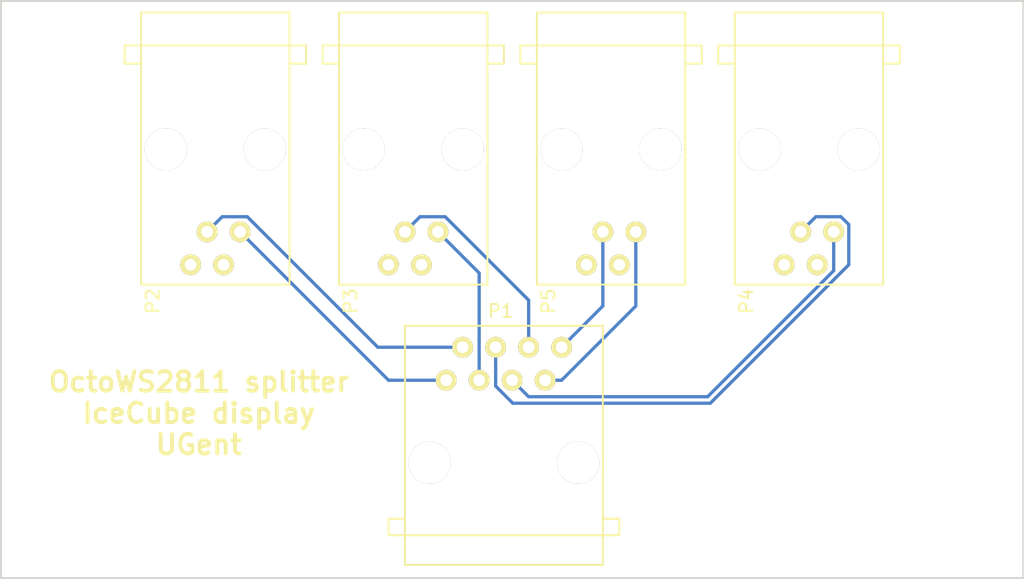
<source format=kicad_pcb>
(kicad_pcb (version 4) (host pcbnew 4.0.2-4+6225~38~ubuntu14.04.1-stable)

  (general
    (links 8)
    (no_connects 0)
    (area 37.942857 42.25 127.157143 88.41)
    (thickness 1.6)
    (drawings 5)
    (tracks 34)
    (zones 0)
    (modules 9)
    (nets 17)
  )

  (page A4)
  (layers
    (0 F.Cu signal)
    (31 B.Cu signal)
    (32 B.Adhes user)
    (33 F.Adhes user)
    (34 B.Paste user)
    (35 F.Paste user)
    (36 B.SilkS user)
    (37 F.SilkS user)
    (38 B.Mask user)
    (39 F.Mask user)
    (40 Dwgs.User user)
    (41 Cmts.User user)
    (42 Eco1.User user)
    (43 Eco2.User user)
    (44 Edge.Cuts user)
    (45 Margin user)
    (46 B.CrtYd user)
    (47 F.CrtYd user)
    (48 B.Fab user)
    (49 F.Fab user)
  )

  (setup
    (last_trace_width 0.25)
    (trace_clearance 0.25)
    (zone_clearance 0.508)
    (zone_45_only no)
    (trace_min 0.2)
    (segment_width 0.2)
    (edge_width 0.15)
    (via_size 0.6)
    (via_drill 0.4)
    (via_min_size 0.4)
    (via_min_drill 0.3)
    (uvia_size 0.3)
    (uvia_drill 0.1)
    (uvias_allowed no)
    (uvia_min_size 0.2)
    (uvia_min_drill 0.1)
    (pcb_text_width 0.3)
    (pcb_text_size 1.5 1.5)
    (mod_edge_width 0.15)
    (mod_text_size 1 1)
    (mod_text_width 0.15)
    (pad_size 1.524 1.524)
    (pad_drill 0.762)
    (pad_to_mask_clearance 0.2)
    (aux_axis_origin 0 0)
    (visible_elements FFFFFF7F)
    (pcbplotparams
      (layerselection 0x00030_80000001)
      (usegerberextensions false)
      (excludeedgelayer true)
      (linewidth 0.100000)
      (plotframeref false)
      (viasonmask false)
      (mode 1)
      (useauxorigin false)
      (hpglpennumber 1)
      (hpglpenspeed 20)
      (hpglpendiameter 15)
      (hpglpenoverlay 2)
      (psnegative false)
      (psa4output false)
      (plotreference true)
      (plotvalue true)
      (plotinvisibletext false)
      (padsonsilk false)
      (subtractmaskfromsilk false)
      (outputformat 1)
      (mirror false)
      (drillshape 1)
      (scaleselection 1)
      (outputdirectory ""))
  )

  (net 0 "")
  (net 1 "Net-(P1-Pad1)")
  (net 2 /D1)
  (net 3 "Net-(P1-Pad3)")
  (net 4 /D3)
  (net 5 "Net-(P1-Pad5)")
  (net 6 /D2)
  (net 7 "Net-(P1-Pad7)")
  (net 8 /D4)
  (net 9 "Net-(P2-Pad2)")
  (net 10 "Net-(P2-Pad4)")
  (net 11 "Net-(P3-Pad2)")
  (net 12 "Net-(P3-Pad4)")
  (net 13 "Net-(P4-Pad2)")
  (net 14 "Net-(P4-Pad4)")
  (net 15 "Net-(P5-Pad2)")
  (net 16 "Net-(P5-Pad4)")

  (net_class Default "This is the default net class."
    (clearance 0.25)
    (trace_width 0.25)
    (via_dia 0.6)
    (via_drill 0.4)
    (uvia_dia 0.3)
    (uvia_drill 0.1)
    (add_net /D1)
    (add_net /D2)
    (add_net /D3)
    (add_net /D4)
    (add_net "Net-(P1-Pad1)")
    (add_net "Net-(P1-Pad3)")
    (add_net "Net-(P1-Pad5)")
    (add_net "Net-(P1-Pad7)")
    (add_net "Net-(P2-Pad2)")
    (add_net "Net-(P2-Pad4)")
    (add_net "Net-(P3-Pad2)")
    (add_net "Net-(P3-Pad4)")
    (add_net "Net-(P4-Pad2)")
    (add_net "Net-(P4-Pad4)")
    (add_net "Net-(P5-Pad2)")
    (add_net "Net-(P5-Pad4)")
  )

  (module Mounting_Holes:MountingHole_3.2mm_M3 (layer F.Cu) (tedit 56E6B3C8) (tstamp 56E6B3E4)
    (at 117.475 47.625)
    (descr "Mounting Hole 3.2mm, no annular, M3")
    (tags "mounting hole 3.2mm no annular m3")
    (fp_text reference REF** (at 0 -4.2) (layer F.SilkS) hide
      (effects (font (size 1 1) (thickness 0.15)))
    )
    (fp_text value MountingHole_3.2mm_M3 (at 0 4.2) (layer F.Fab) hide
      (effects (font (size 1 1) (thickness 0.15)))
    )
    (fp_circle (center 0 0) (end 3.2 0) (layer Cmts.User) (width 0.15))
    (fp_circle (center 0 0) (end 3.45 0) (layer F.CrtYd) (width 0.05))
    (pad 1 np_thru_hole circle (at 0 0) (size 3.2 3.2) (drill 3.2) (layers *.Cu *.Mask F.SilkS))
  )

  (module Mounting_Holes:MountingHole_3.2mm_M3 (layer F.Cu) (tedit 56E6B3C8) (tstamp 56E6B3DE)
    (at 117.475 83.185)
    (descr "Mounting Hole 3.2mm, no annular, M3")
    (tags "mounting hole 3.2mm no annular m3")
    (fp_text reference REF** (at 0 -4.2) (layer F.SilkS) hide
      (effects (font (size 1 1) (thickness 0.15)))
    )
    (fp_text value MountingHole_3.2mm_M3 (at 0 4.2) (layer F.Fab) hide
      (effects (font (size 1 1) (thickness 0.15)))
    )
    (fp_circle (center 0 0) (end 3.2 0) (layer Cmts.User) (width 0.15))
    (fp_circle (center 0 0) (end 3.45 0) (layer F.CrtYd) (width 0.05))
    (pad 1 np_thru_hole circle (at 0 0) (size 3.2 3.2) (drill 3.2) (layers *.Cu *.Mask F.SilkS))
  )

  (module Mounting_Holes:MountingHole_3.2mm_M3 (layer F.Cu) (tedit 56E6B3C8) (tstamp 56E6B3D8)
    (at 47.625 83.185)
    (descr "Mounting Hole 3.2mm, no annular, M3")
    (tags "mounting hole 3.2mm no annular m3")
    (fp_text reference REF** (at 0 -4.2) (layer F.SilkS) hide
      (effects (font (size 1 1) (thickness 0.15)))
    )
    (fp_text value MountingHole_3.2mm_M3 (at 0 4.2) (layer F.Fab) hide
      (effects (font (size 1 1) (thickness 0.15)))
    )
    (fp_circle (center 0 0) (end 3.2 0) (layer Cmts.User) (width 0.15))
    (fp_circle (center 0 0) (end 3.45 0) (layer F.CrtYd) (width 0.05))
    (pad 1 np_thru_hole circle (at 0 0) (size 3.2 3.2) (drill 3.2) (layers *.Cu *.Mask F.SilkS))
  )

  (module Mounting_Holes:MountingHole_3.2mm_M3 (layer F.Cu) (tedit 56E6B3C8) (tstamp 56E6B3B6)
    (at 47.625 47.625)
    (descr "Mounting Hole 3.2mm, no annular, M3")
    (tags "mounting hole 3.2mm no annular m3")
    (fp_text reference REF** (at 0 -4.2) (layer F.SilkS) hide
      (effects (font (size 1 1) (thickness 0.15)))
    )
    (fp_text value MountingHole_3.2mm_M3 (at 0 4.2) (layer F.Fab) hide
      (effects (font (size 1 1) (thickness 0.15)))
    )
    (fp_circle (center 0 0) (end 3.2 0) (layer Cmts.User) (width 0.15))
    (fp_circle (center 0 0) (end 3.45 0) (layer F.CrtYd) (width 0.05))
    (pad 1 np_thru_hole circle (at 0 0) (size 3.2 3.2) (drill 3.2) (layers *.Cu *.Mask F.SilkS))
  )

  (module modular_connectors:4P4C_horizontal (layer F.Cu) (tedit 56E6C5F6) (tstamp 56E6890D)
    (at 61.595 60.96 180)
    (path /56E30BD8)
    (solder_mask_margin 0.1016)
    (fp_text reference P2 (at 6.731 -5.334 270) (layer F.SilkS)
      (effects (font (size 1 1) (thickness 0.15)))
    )
    (fp_text value 4P4C (at 1.651 -7.366 180) (layer F.Fab)
      (effects (font (size 1 1) (thickness 0.15)))
    )
    (fp_line (start 9.271 -4.318) (end -5.334 -4.318) (layer F.CrtYd) (width 0.05))
    (fp_line (start -5.334 -4.318375) (end -5.334 17.145) (layer F.CrtYd) (width 0.05))
    (fp_line (start 9.271 17.145) (end -5.334 17.145) (layer F.CrtYd) (width 0.05))
    (fp_line (start 9.271 -4.318) (end 9.271 17.145) (layer F.CrtYd) (width 0.05))
    (fp_line (start 7.62 14.351) (end 8.89 14.351) (layer F.SilkS) (width 0.15))
    (fp_line (start 8.89 14.351) (end 8.89 12.954) (layer F.SilkS) (width 0.15))
    (fp_line (start 8.89 12.954) (end 7.62 12.954) (layer F.SilkS) (width 0.15))
    (fp_line (start -3.81 14.351) (end -5.08 14.351) (layer F.SilkS) (width 0.15))
    (fp_line (start -5.08 14.351) (end -5.08 12.954) (layer F.SilkS) (width 0.15))
    (fp_line (start -5.08 12.954) (end -3.81 12.954) (layer F.SilkS) (width 0.15))
    (fp_line (start -3.81 14.351) (end 7.62 14.351) (layer F.SilkS) (width 0.15))
    (fp_line (start -3.81 -4.064) (end 7.62 -4.064) (layer F.SilkS) (width 0.15))
    (fp_line (start 7.62 -4.064) (end 7.62 16.891) (layer F.SilkS) (width 0.15))
    (fp_line (start -3.81 16.891) (end 7.62 16.891) (layer F.SilkS) (width 0.15))
    (fp_line (start -3.81 -4.064384) (end -3.81 16.891) (layer F.SilkS) (width 0.15))
    (pad 1 thru_hole circle (at 0 0 180) (size 1.6 1.6) (drill 0.9) (layers *.Cu *.Mask F.SilkS)
      (net 1 "Net-(P1-Pad1)"))
    (pad 6 thru_hole circle (at 5.715 6.35 180) (size 3.25 3.25) (drill 3.25) (layers *.Cu *.Mask F.SilkS))
    (pad 5 thru_hole circle (at -1.905 6.35 180) (size 3.25 3.25) (drill 3.25) (layers *.Cu *.Mask F.SilkS))
    (pad 2 thru_hole circle (at 1.27 -2.54 180) (size 1.6 1.6) (drill 0.9) (layers *.Cu *.Mask F.SilkS)
      (net 9 "Net-(P2-Pad2)"))
    (pad 3 thru_hole circle (at 2.54 0 180) (size 1.6 1.6) (drill 0.9) (layers *.Cu *.Mask F.SilkS)
      (net 2 /D1))
    (pad 4 thru_hole circle (at 3.81 -2.54 180) (size 1.6 1.6) (drill 0.9) (layers *.Cu *.Mask F.SilkS)
      (net 10 "Net-(P2-Pad4)"))
  )

  (module modular_connectors:4P4C_horizontal (layer F.Cu) (tedit 56E6C5F6) (tstamp 56E6893F)
    (at 107.315 60.96 180)
    (path /56E2F5E9)
    (solder_mask_margin 0.1016)
    (fp_text reference P4 (at 6.731 -5.334 270) (layer F.SilkS)
      (effects (font (size 1 1) (thickness 0.15)))
    )
    (fp_text value 4P4C (at 1.651 -7.366 180) (layer F.Fab)
      (effects (font (size 1 1) (thickness 0.15)))
    )
    (fp_line (start 9.271 -4.318) (end -5.334 -4.318) (layer F.CrtYd) (width 0.05))
    (fp_line (start -5.334 -4.318375) (end -5.334 17.145) (layer F.CrtYd) (width 0.05))
    (fp_line (start 9.271 17.145) (end -5.334 17.145) (layer F.CrtYd) (width 0.05))
    (fp_line (start 9.271 -4.318) (end 9.271 17.145) (layer F.CrtYd) (width 0.05))
    (fp_line (start 7.62 14.351) (end 8.89 14.351) (layer F.SilkS) (width 0.15))
    (fp_line (start 8.89 14.351) (end 8.89 12.954) (layer F.SilkS) (width 0.15))
    (fp_line (start 8.89 12.954) (end 7.62 12.954) (layer F.SilkS) (width 0.15))
    (fp_line (start -3.81 14.351) (end -5.08 14.351) (layer F.SilkS) (width 0.15))
    (fp_line (start -5.08 14.351) (end -5.08 12.954) (layer F.SilkS) (width 0.15))
    (fp_line (start -5.08 12.954) (end -3.81 12.954) (layer F.SilkS) (width 0.15))
    (fp_line (start -3.81 14.351) (end 7.62 14.351) (layer F.SilkS) (width 0.15))
    (fp_line (start -3.81 -4.064) (end 7.62 -4.064) (layer F.SilkS) (width 0.15))
    (fp_line (start 7.62 -4.064) (end 7.62 16.891) (layer F.SilkS) (width 0.15))
    (fp_line (start -3.81 16.891) (end 7.62 16.891) (layer F.SilkS) (width 0.15))
    (fp_line (start -3.81 -4.064384) (end -3.81 16.891) (layer F.SilkS) (width 0.15))
    (pad 1 thru_hole circle (at 0 0 180) (size 1.6 1.6) (drill 0.9) (layers *.Cu *.Mask F.SilkS)
      (net 5 "Net-(P1-Pad5)"))
    (pad 6 thru_hole circle (at 5.715 6.35 180) (size 3.25 3.25) (drill 3.25) (layers *.Cu *.Mask F.SilkS))
    (pad 5 thru_hole circle (at -1.905 6.35 180) (size 3.25 3.25) (drill 3.25) (layers *.Cu *.Mask F.SilkS))
    (pad 2 thru_hole circle (at 1.27 -2.54 180) (size 1.6 1.6) (drill 0.9) (layers *.Cu *.Mask F.SilkS)
      (net 13 "Net-(P4-Pad2)"))
    (pad 3 thru_hole circle (at 2.54 0 180) (size 1.6 1.6) (drill 0.9) (layers *.Cu *.Mask F.SilkS)
      (net 4 /D3))
    (pad 4 thru_hole circle (at 3.81 -2.54 180) (size 1.6 1.6) (drill 0.9) (layers *.Cu *.Mask F.SilkS)
      (net 14 "Net-(P4-Pad4)"))
  )

  (module modular_connectors:4P4C_horizontal (layer F.Cu) (tedit 56E6C5F6) (tstamp 56E68926)
    (at 76.835 60.96 180)
    (path /56E30B96)
    (solder_mask_margin 0.1016)
    (fp_text reference P3 (at 6.731 -5.334 270) (layer F.SilkS)
      (effects (font (size 1 1) (thickness 0.15)))
    )
    (fp_text value 4P4C (at 1.651 -7.366 180) (layer F.Fab)
      (effects (font (size 1 1) (thickness 0.15)))
    )
    (fp_line (start 9.271 -4.318) (end -5.334 -4.318) (layer F.CrtYd) (width 0.05))
    (fp_line (start -5.334 -4.318375) (end -5.334 17.145) (layer F.CrtYd) (width 0.05))
    (fp_line (start 9.271 17.145) (end -5.334 17.145) (layer F.CrtYd) (width 0.05))
    (fp_line (start 9.271 -4.318) (end 9.271 17.145) (layer F.CrtYd) (width 0.05))
    (fp_line (start 7.62 14.351) (end 8.89 14.351) (layer F.SilkS) (width 0.15))
    (fp_line (start 8.89 14.351) (end 8.89 12.954) (layer F.SilkS) (width 0.15))
    (fp_line (start 8.89 12.954) (end 7.62 12.954) (layer F.SilkS) (width 0.15))
    (fp_line (start -3.81 14.351) (end -5.08 14.351) (layer F.SilkS) (width 0.15))
    (fp_line (start -5.08 14.351) (end -5.08 12.954) (layer F.SilkS) (width 0.15))
    (fp_line (start -5.08 12.954) (end -3.81 12.954) (layer F.SilkS) (width 0.15))
    (fp_line (start -3.81 14.351) (end 7.62 14.351) (layer F.SilkS) (width 0.15))
    (fp_line (start -3.81 -4.064) (end 7.62 -4.064) (layer F.SilkS) (width 0.15))
    (fp_line (start 7.62 -4.064) (end 7.62 16.891) (layer F.SilkS) (width 0.15))
    (fp_line (start -3.81 16.891) (end 7.62 16.891) (layer F.SilkS) (width 0.15))
    (fp_line (start -3.81 -4.064384) (end -3.81 16.891) (layer F.SilkS) (width 0.15))
    (pad 1 thru_hole circle (at 0 0 180) (size 1.6 1.6) (drill 0.9) (layers *.Cu *.Mask F.SilkS)
      (net 3 "Net-(P1-Pad3)"))
    (pad 6 thru_hole circle (at 5.715 6.35 180) (size 3.25 3.25) (drill 3.25) (layers *.Cu *.Mask F.SilkS))
    (pad 5 thru_hole circle (at -1.905 6.35 180) (size 3.25 3.25) (drill 3.25) (layers *.Cu *.Mask F.SilkS))
    (pad 2 thru_hole circle (at 1.27 -2.54 180) (size 1.6 1.6) (drill 0.9) (layers *.Cu *.Mask F.SilkS)
      (net 11 "Net-(P3-Pad2)"))
    (pad 3 thru_hole circle (at 2.54 0 180) (size 1.6 1.6) (drill 0.9) (layers *.Cu *.Mask F.SilkS)
      (net 6 /D2))
    (pad 4 thru_hole circle (at 3.81 -2.54 180) (size 1.6 1.6) (drill 0.9) (layers *.Cu *.Mask F.SilkS)
      (net 12 "Net-(P3-Pad4)"))
  )

  (module modular_connectors:4P4C_horizontal (layer F.Cu) (tedit 56E6C5F6) (tstamp 56E68958)
    (at 92.075 60.96 180)
    (path /56E30AEF)
    (solder_mask_margin 0.1016)
    (fp_text reference P5 (at 6.731 -5.334 270) (layer F.SilkS)
      (effects (font (size 1 1) (thickness 0.15)))
    )
    (fp_text value 4P4C (at 1.651 -7.366 180) (layer F.Fab)
      (effects (font (size 1 1) (thickness 0.15)))
    )
    (fp_line (start 9.271 -4.318) (end -5.334 -4.318) (layer F.CrtYd) (width 0.05))
    (fp_line (start -5.334 -4.318375) (end -5.334 17.145) (layer F.CrtYd) (width 0.05))
    (fp_line (start 9.271 17.145) (end -5.334 17.145) (layer F.CrtYd) (width 0.05))
    (fp_line (start 9.271 -4.318) (end 9.271 17.145) (layer F.CrtYd) (width 0.05))
    (fp_line (start 7.62 14.351) (end 8.89 14.351) (layer F.SilkS) (width 0.15))
    (fp_line (start 8.89 14.351) (end 8.89 12.954) (layer F.SilkS) (width 0.15))
    (fp_line (start 8.89 12.954) (end 7.62 12.954) (layer F.SilkS) (width 0.15))
    (fp_line (start -3.81 14.351) (end -5.08 14.351) (layer F.SilkS) (width 0.15))
    (fp_line (start -5.08 14.351) (end -5.08 12.954) (layer F.SilkS) (width 0.15))
    (fp_line (start -5.08 12.954) (end -3.81 12.954) (layer F.SilkS) (width 0.15))
    (fp_line (start -3.81 14.351) (end 7.62 14.351) (layer F.SilkS) (width 0.15))
    (fp_line (start -3.81 -4.064) (end 7.62 -4.064) (layer F.SilkS) (width 0.15))
    (fp_line (start 7.62 -4.064) (end 7.62 16.891) (layer F.SilkS) (width 0.15))
    (fp_line (start -3.81 16.891) (end 7.62 16.891) (layer F.SilkS) (width 0.15))
    (fp_line (start -3.81 -4.064384) (end -3.81 16.891) (layer F.SilkS) (width 0.15))
    (pad 1 thru_hole circle (at 0 0 180) (size 1.6 1.6) (drill 0.9) (layers *.Cu *.Mask F.SilkS)
      (net 7 "Net-(P1-Pad7)"))
    (pad 6 thru_hole circle (at 5.715 6.35 180) (size 3.25 3.25) (drill 3.25) (layers *.Cu *.Mask F.SilkS))
    (pad 5 thru_hole circle (at -1.905 6.35 180) (size 3.25 3.25) (drill 3.25) (layers *.Cu *.Mask F.SilkS))
    (pad 2 thru_hole circle (at 1.27 -2.54 180) (size 1.6 1.6) (drill 0.9) (layers *.Cu *.Mask F.SilkS)
      (net 15 "Net-(P5-Pad2)"))
    (pad 3 thru_hole circle (at 2.54 0 180) (size 1.6 1.6) (drill 0.9) (layers *.Cu *.Mask F.SilkS)
      (net 8 /D4))
    (pad 4 thru_hole circle (at 3.81 -2.54 180) (size 1.6 1.6) (drill 0.9) (layers *.Cu *.Mask F.SilkS)
      (net 16 "Net-(P5-Pad4)"))
  )

  (module modular_connectors:8P8C_horizontal (layer F.Cu) (tedit 56E6C58F) (tstamp 56E688F4)
    (at 77.47 72.39)
    (path /56E304AA)
    (fp_text reference P1 (at 4.191 -5.334) (layer F.SilkS)
      (effects (font (size 1 1) (thickness 0.15)))
    )
    (fp_text value 8P8C (at 4.064 -6.985) (layer F.Fab)
      (effects (font (size 1 1) (thickness 0.15)))
    )
    (fp_line (start -4.699 -4.445) (end -4.699 14.478) (layer F.CrtYd) (width 0.05))
    (fp_line (start 13.589 -4.445) (end -4.699 -4.445) (layer F.CrtYd) (width 0.05))
    (fp_line (start 13.589 14.478) (end 13.589 -4.445) (layer F.CrtYd) (width 0.05))
    (fp_line (start -4.699 14.478) (end 13.589 14.478) (layer F.CrtYd) (width 0.05))
    (fp_line (start 12.065 11.938) (end 13.335 11.938) (layer F.SilkS) (width 0.15))
    (fp_line (start 13.335 11.938) (end 13.335 10.668) (layer F.SilkS) (width 0.15))
    (fp_line (start 13.335 10.668) (end 12.065 10.668) (layer F.SilkS) (width 0.15))
    (fp_line (start -3.175 11.938) (end -4.445 11.938) (layer F.SilkS) (width 0.15))
    (fp_line (start -4.445 11.938) (end -4.445 10.668) (layer F.SilkS) (width 0.15))
    (fp_line (start -4.445 10.668) (end -3.175 10.668) (layer F.SilkS) (width 0.15))
    (fp_line (start -3.175 11.938) (end 12.065529 11.938) (layer F.SilkS) (width 0.15))
    (fp_line (start 12.065 -4.191) (end 12.065 14.224) (layer F.SilkS) (width 0.15))
    (fp_line (start -3.175 14.224) (end -3.175 -4.191) (layer F.SilkS) (width 0.15))
    (fp_line (start -3.175 -4.191) (end 12.065 -4.191) (layer F.SilkS) (width 0.15))
    (fp_line (start -3.175 14.224) (end 12.065529 14.224) (layer F.SilkS) (width 0.15))
    (pad 1 thru_hole circle (at 0 0) (size 1.6 1.6) (drill 0.9) (layers *.Cu *.Mask F.SilkS)
      (net 1 "Net-(P1-Pad1)"))
    (pad 9 thru_hole circle (at -1.27 6.35) (size 3.25 3.25) (drill 3.25) (layers *.Cu *.Mask F.SilkS))
    (pad 10 thru_hole circle (at 10.16 6.35) (size 3.25 3.25) (drill 3.25) (layers *.Cu *.Mask F.SilkS))
    (pad 2 thru_hole circle (at 1.27 -2.54) (size 1.6 1.6) (drill 0.9) (layers *.Cu *.Mask F.SilkS)
      (net 2 /D1))
    (pad 3 thru_hole circle (at 2.54 0) (size 1.6 1.6) (drill 0.9) (layers *.Cu *.Mask F.SilkS)
      (net 3 "Net-(P1-Pad3)"))
    (pad 4 thru_hole circle (at 3.81 -2.54) (size 1.6 1.6) (drill 0.9) (layers *.Cu *.Mask F.SilkS)
      (net 4 /D3))
    (pad 5 thru_hole circle (at 5.08 0) (size 1.6 1.6) (drill 0.9) (layers *.Cu *.Mask F.SilkS)
      (net 5 "Net-(P1-Pad5)"))
    (pad 6 thru_hole circle (at 6.35 -2.54) (size 1.6 1.6) (drill 0.9) (layers *.Cu *.Mask F.SilkS)
      (net 6 /D2))
    (pad 7 thru_hole circle (at 7.62 0) (size 1.6 1.6) (drill 0.9) (layers *.Cu *.Mask F.SilkS)
      (net 7 "Net-(P1-Pad7)"))
    (pad 8 thru_hole circle (at 8.89 -2.54) (size 1.6 1.6) (drill 0.9) (layers *.Cu *.Mask F.SilkS)
      (net 8 /D4))
  )

  (gr_text "OctoWS2811 splitter\nIceCube display\nUGent" (at 58.42 74.93) (layer F.SilkS)
    (effects (font (size 1.5 1.5) (thickness 0.3)))
  )
  (gr_line (start 121.92 43.18) (end 43.18 43.18) (layer Edge.Cuts) (width 0.15))
  (gr_line (start 121.92 87.63) (end 121.92 43.18) (layer Edge.Cuts) (width 0.15))
  (gr_line (start 43.18 87.63) (end 121.92 87.63) (layer Edge.Cuts) (width 0.15))
  (gr_line (start 43.18 43.18) (end 43.18 87.63) (layer Edge.Cuts) (width 0.15))

  (segment (start 77.47 72.39) (end 73.025 72.39) (width 0.25) (layer B.Cu) (net 1))
  (segment (start 73.025 72.39) (end 61.595 60.96) (width 0.25) (layer B.Cu) (net 1))
  (segment (start 78.74 69.85) (end 72.205354 69.85) (width 0.25) (layer B.Cu) (net 2))
  (segment (start 60.217401 59.797599) (end 59.842399 60.172601) (width 0.25) (layer B.Cu) (net 2))
  (segment (start 62.152953 59.797599) (end 60.217401 59.797599) (width 0.25) (layer B.Cu) (net 2))
  (segment (start 72.205354 69.85) (end 62.152953 59.797599) (width 0.25) (layer B.Cu) (net 2))
  (segment (start 59.842399 60.172601) (end 59.055 60.96) (width 0.25) (layer B.Cu) (net 2))
  (segment (start 80.01 72.39) (end 80.01 64.135) (width 0.25) (layer B.Cu) (net 3))
  (segment (start 80.01 64.135) (end 76.835 60.96) (width 0.25) (layer B.Cu) (net 3))
  (segment (start 81.28 69.85) (end 81.28 72.840354) (width 0.25) (layer B.Cu) (net 4))
  (segment (start 105.937401 59.797599) (end 105.562399 60.172601) (width 0.25) (layer B.Cu) (net 4))
  (segment (start 107.872953 59.797599) (end 105.937401 59.797599) (width 0.25) (layer B.Cu) (net 4))
  (segment (start 108.477401 60.402047) (end 107.872953 59.797599) (width 0.25) (layer B.Cu) (net 4))
  (segment (start 97.812464 74.16001) (end 108.477401 63.495073) (width 0.25) (layer B.Cu) (net 4))
  (segment (start 82.599656 74.16001) (end 97.812464 74.16001) (width 0.25) (layer B.Cu) (net 4))
  (segment (start 81.28 72.840354) (end 82.599656 74.16001) (width 0.25) (layer B.Cu) (net 4))
  (segment (start 105.562399 60.172601) (end 104.775 60.96) (width 0.25) (layer B.Cu) (net 4))
  (segment (start 108.477401 63.495073) (end 108.477401 60.402047) (width 0.25) (layer B.Cu) (net 4))
  (segment (start 82.55 72.39) (end 83.82 73.66) (width 0.25) (layer B.Cu) (net 5))
  (segment (start 107.315 63.950354) (end 107.315 62.073551) (width 0.25) (layer B.Cu) (net 5))
  (segment (start 107.315 62.073551) (end 107.315 60.96) (width 0.25) (layer B.Cu) (net 5))
  (segment (start 97.605354 73.66) (end 107.315 63.950354) (width 0.25) (layer B.Cu) (net 5))
  (segment (start 83.82 73.66) (end 97.605354 73.66) (width 0.25) (layer B.Cu) (net 5))
  (segment (start 83.82 69.85) (end 83.82 66.224646) (width 0.25) (layer B.Cu) (net 6))
  (segment (start 75.082399 60.172601) (end 74.295 60.96) (width 0.25) (layer B.Cu) (net 6))
  (segment (start 75.457401 59.797599) (end 75.082399 60.172601) (width 0.25) (layer B.Cu) (net 6))
  (segment (start 77.392953 59.797599) (end 75.457401 59.797599) (width 0.25) (layer B.Cu) (net 6))
  (segment (start 83.82 66.224646) (end 77.392953 59.797599) (width 0.25) (layer B.Cu) (net 6))
  (segment (start 85.09 72.39) (end 86.36 72.39) (width 0.25) (layer B.Cu) (net 7))
  (segment (start 86.36 72.39) (end 92.075 66.675) (width 0.25) (layer B.Cu) (net 7))
  (segment (start 92.075 66.675) (end 92.075 62.073551) (width 0.25) (layer B.Cu) (net 7))
  (segment (start 92.075 62.073551) (end 92.075 60.96) (width 0.25) (layer B.Cu) (net 7))
  (segment (start 86.36 69.85) (end 89.535 66.675) (width 0.25) (layer B.Cu) (net 8))
  (segment (start 89.535 66.675) (end 89.535 60.96) (width 0.25) (layer B.Cu) (net 8))

)

</source>
